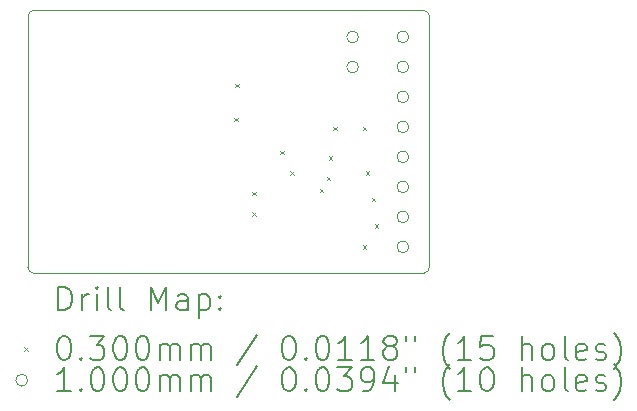
<source format=gbr>
%TF.GenerationSoftware,KiCad,Pcbnew,8.0.5*%
%TF.CreationDate,2024-10-05T11:22:09+02:00*%
%TF.ProjectId,DRV2605-breakout,44525632-3630-4352-9d62-7265616b6f75,rev?*%
%TF.SameCoordinates,Original*%
%TF.FileFunction,Drillmap*%
%TF.FilePolarity,Positive*%
%FSLAX45Y45*%
G04 Gerber Fmt 4.5, Leading zero omitted, Abs format (unit mm)*
G04 Created by KiCad (PCBNEW 8.0.5) date 2024-10-05 11:22:09*
%MOMM*%
%LPD*%
G01*
G04 APERTURE LIST*
%ADD10C,0.050000*%
%ADD11C,0.200000*%
%ADD12C,0.100000*%
G04 APERTURE END LIST*
D10*
X10175000Y-8600000D02*
G75*
G02*
X10125000Y-8550000I0J50000D01*
G01*
X13525000Y-8550000D02*
G75*
G02*
X13475000Y-8600000I-50000J0D01*
G01*
X10125000Y-6425000D02*
G75*
G02*
X10175000Y-6375000I50000J0D01*
G01*
X13475000Y-6375000D02*
G75*
G02*
X13525000Y-6425000I0J-50000D01*
G01*
X10125000Y-8550000D02*
X10125000Y-6425000D01*
X13525000Y-6425000D02*
X13525000Y-8550000D01*
X13475000Y-8600000D02*
X10175000Y-8600000D01*
X10175000Y-6375000D02*
X13475000Y-6375000D01*
D11*
D12*
X11872500Y-7285000D02*
X11902500Y-7315000D01*
X11902500Y-7285000D02*
X11872500Y-7315000D01*
X11882466Y-6996261D02*
X11912466Y-7026261D01*
X11912466Y-6996261D02*
X11882466Y-7026261D01*
X12022500Y-7910000D02*
X12052500Y-7940000D01*
X12052500Y-7910000D02*
X12022500Y-7940000D01*
X12022500Y-8085000D02*
X12052500Y-8115000D01*
X12052500Y-8085000D02*
X12022500Y-8115000D01*
X12260914Y-7562073D02*
X12290914Y-7592073D01*
X12290914Y-7562073D02*
X12260914Y-7592073D01*
X12347500Y-7735000D02*
X12377500Y-7765000D01*
X12377500Y-7735000D02*
X12347500Y-7765000D01*
X12597500Y-7885000D02*
X12627500Y-7915000D01*
X12627500Y-7885000D02*
X12597500Y-7915000D01*
X12655576Y-7785000D02*
X12685576Y-7815000D01*
X12685576Y-7785000D02*
X12655576Y-7815000D01*
X12672500Y-7610000D02*
X12702500Y-7640000D01*
X12702500Y-7610000D02*
X12672500Y-7640000D01*
X12710000Y-7360000D02*
X12740000Y-7390000D01*
X12740000Y-7360000D02*
X12710000Y-7390000D01*
X12960000Y-7360000D02*
X12990000Y-7390000D01*
X12990000Y-7360000D02*
X12960000Y-7390000D01*
X12960000Y-8363000D02*
X12990000Y-8393000D01*
X12990000Y-8363000D02*
X12960000Y-8393000D01*
X12985000Y-7735000D02*
X13015000Y-7765000D01*
X13015000Y-7735000D02*
X12985000Y-7765000D01*
X13035000Y-7960000D02*
X13065000Y-7990000D01*
X13065000Y-7960000D02*
X13035000Y-7990000D01*
X13060000Y-8185000D02*
X13090000Y-8215000D01*
X13090000Y-8185000D02*
X13060000Y-8215000D01*
X12925000Y-6600000D02*
G75*
G02*
X12825000Y-6600000I-50000J0D01*
G01*
X12825000Y-6600000D02*
G75*
G02*
X12925000Y-6600000I50000J0D01*
G01*
X12925000Y-6854000D02*
G75*
G02*
X12825000Y-6854000I-50000J0D01*
G01*
X12825000Y-6854000D02*
G75*
G02*
X12925000Y-6854000I50000J0D01*
G01*
X13350000Y-6600000D02*
G75*
G02*
X13250000Y-6600000I-50000J0D01*
G01*
X13250000Y-6600000D02*
G75*
G02*
X13350000Y-6600000I50000J0D01*
G01*
X13350000Y-6854000D02*
G75*
G02*
X13250000Y-6854000I-50000J0D01*
G01*
X13250000Y-6854000D02*
G75*
G02*
X13350000Y-6854000I50000J0D01*
G01*
X13350000Y-7108000D02*
G75*
G02*
X13250000Y-7108000I-50000J0D01*
G01*
X13250000Y-7108000D02*
G75*
G02*
X13350000Y-7108000I50000J0D01*
G01*
X13350000Y-7362000D02*
G75*
G02*
X13250000Y-7362000I-50000J0D01*
G01*
X13250000Y-7362000D02*
G75*
G02*
X13350000Y-7362000I50000J0D01*
G01*
X13350000Y-7616000D02*
G75*
G02*
X13250000Y-7616000I-50000J0D01*
G01*
X13250000Y-7616000D02*
G75*
G02*
X13350000Y-7616000I50000J0D01*
G01*
X13350000Y-7870000D02*
G75*
G02*
X13250000Y-7870000I-50000J0D01*
G01*
X13250000Y-7870000D02*
G75*
G02*
X13350000Y-7870000I50000J0D01*
G01*
X13350000Y-8124000D02*
G75*
G02*
X13250000Y-8124000I-50000J0D01*
G01*
X13250000Y-8124000D02*
G75*
G02*
X13350000Y-8124000I50000J0D01*
G01*
X13350000Y-8378000D02*
G75*
G02*
X13250000Y-8378000I-50000J0D01*
G01*
X13250000Y-8378000D02*
G75*
G02*
X13350000Y-8378000I50000J0D01*
G01*
D11*
X10383277Y-8913984D02*
X10383277Y-8713984D01*
X10383277Y-8713984D02*
X10430896Y-8713984D01*
X10430896Y-8713984D02*
X10459467Y-8723508D01*
X10459467Y-8723508D02*
X10478515Y-8742555D01*
X10478515Y-8742555D02*
X10488039Y-8761603D01*
X10488039Y-8761603D02*
X10497563Y-8799698D01*
X10497563Y-8799698D02*
X10497563Y-8828270D01*
X10497563Y-8828270D02*
X10488039Y-8866365D01*
X10488039Y-8866365D02*
X10478515Y-8885412D01*
X10478515Y-8885412D02*
X10459467Y-8904460D01*
X10459467Y-8904460D02*
X10430896Y-8913984D01*
X10430896Y-8913984D02*
X10383277Y-8913984D01*
X10583277Y-8913984D02*
X10583277Y-8780650D01*
X10583277Y-8818746D02*
X10592801Y-8799698D01*
X10592801Y-8799698D02*
X10602324Y-8790174D01*
X10602324Y-8790174D02*
X10621372Y-8780650D01*
X10621372Y-8780650D02*
X10640420Y-8780650D01*
X10707086Y-8913984D02*
X10707086Y-8780650D01*
X10707086Y-8713984D02*
X10697563Y-8723508D01*
X10697563Y-8723508D02*
X10707086Y-8733031D01*
X10707086Y-8733031D02*
X10716610Y-8723508D01*
X10716610Y-8723508D02*
X10707086Y-8713984D01*
X10707086Y-8713984D02*
X10707086Y-8733031D01*
X10830896Y-8913984D02*
X10811848Y-8904460D01*
X10811848Y-8904460D02*
X10802324Y-8885412D01*
X10802324Y-8885412D02*
X10802324Y-8713984D01*
X10935658Y-8913984D02*
X10916610Y-8904460D01*
X10916610Y-8904460D02*
X10907086Y-8885412D01*
X10907086Y-8885412D02*
X10907086Y-8713984D01*
X11164229Y-8913984D02*
X11164229Y-8713984D01*
X11164229Y-8713984D02*
X11230896Y-8856841D01*
X11230896Y-8856841D02*
X11297562Y-8713984D01*
X11297562Y-8713984D02*
X11297562Y-8913984D01*
X11478515Y-8913984D02*
X11478515Y-8809222D01*
X11478515Y-8809222D02*
X11468991Y-8790174D01*
X11468991Y-8790174D02*
X11449943Y-8780650D01*
X11449943Y-8780650D02*
X11411848Y-8780650D01*
X11411848Y-8780650D02*
X11392801Y-8790174D01*
X11478515Y-8904460D02*
X11459467Y-8913984D01*
X11459467Y-8913984D02*
X11411848Y-8913984D01*
X11411848Y-8913984D02*
X11392801Y-8904460D01*
X11392801Y-8904460D02*
X11383277Y-8885412D01*
X11383277Y-8885412D02*
X11383277Y-8866365D01*
X11383277Y-8866365D02*
X11392801Y-8847317D01*
X11392801Y-8847317D02*
X11411848Y-8837793D01*
X11411848Y-8837793D02*
X11459467Y-8837793D01*
X11459467Y-8837793D02*
X11478515Y-8828270D01*
X11573753Y-8780650D02*
X11573753Y-8980650D01*
X11573753Y-8790174D02*
X11592801Y-8780650D01*
X11592801Y-8780650D02*
X11630896Y-8780650D01*
X11630896Y-8780650D02*
X11649943Y-8790174D01*
X11649943Y-8790174D02*
X11659467Y-8799698D01*
X11659467Y-8799698D02*
X11668991Y-8818746D01*
X11668991Y-8818746D02*
X11668991Y-8875889D01*
X11668991Y-8875889D02*
X11659467Y-8894936D01*
X11659467Y-8894936D02*
X11649943Y-8904460D01*
X11649943Y-8904460D02*
X11630896Y-8913984D01*
X11630896Y-8913984D02*
X11592801Y-8913984D01*
X11592801Y-8913984D02*
X11573753Y-8904460D01*
X11754705Y-8894936D02*
X11764229Y-8904460D01*
X11764229Y-8904460D02*
X11754705Y-8913984D01*
X11754705Y-8913984D02*
X11745182Y-8904460D01*
X11745182Y-8904460D02*
X11754705Y-8894936D01*
X11754705Y-8894936D02*
X11754705Y-8913984D01*
X11754705Y-8790174D02*
X11764229Y-8799698D01*
X11764229Y-8799698D02*
X11754705Y-8809222D01*
X11754705Y-8809222D02*
X11745182Y-8799698D01*
X11745182Y-8799698D02*
X11754705Y-8790174D01*
X11754705Y-8790174D02*
X11754705Y-8809222D01*
D12*
X10092500Y-9227500D02*
X10122500Y-9257500D01*
X10122500Y-9227500D02*
X10092500Y-9257500D01*
D11*
X10421372Y-9133984D02*
X10440420Y-9133984D01*
X10440420Y-9133984D02*
X10459467Y-9143508D01*
X10459467Y-9143508D02*
X10468991Y-9153031D01*
X10468991Y-9153031D02*
X10478515Y-9172079D01*
X10478515Y-9172079D02*
X10488039Y-9210174D01*
X10488039Y-9210174D02*
X10488039Y-9257793D01*
X10488039Y-9257793D02*
X10478515Y-9295889D01*
X10478515Y-9295889D02*
X10468991Y-9314936D01*
X10468991Y-9314936D02*
X10459467Y-9324460D01*
X10459467Y-9324460D02*
X10440420Y-9333984D01*
X10440420Y-9333984D02*
X10421372Y-9333984D01*
X10421372Y-9333984D02*
X10402324Y-9324460D01*
X10402324Y-9324460D02*
X10392801Y-9314936D01*
X10392801Y-9314936D02*
X10383277Y-9295889D01*
X10383277Y-9295889D02*
X10373753Y-9257793D01*
X10373753Y-9257793D02*
X10373753Y-9210174D01*
X10373753Y-9210174D02*
X10383277Y-9172079D01*
X10383277Y-9172079D02*
X10392801Y-9153031D01*
X10392801Y-9153031D02*
X10402324Y-9143508D01*
X10402324Y-9143508D02*
X10421372Y-9133984D01*
X10573753Y-9314936D02*
X10583277Y-9324460D01*
X10583277Y-9324460D02*
X10573753Y-9333984D01*
X10573753Y-9333984D02*
X10564229Y-9324460D01*
X10564229Y-9324460D02*
X10573753Y-9314936D01*
X10573753Y-9314936D02*
X10573753Y-9333984D01*
X10649944Y-9133984D02*
X10773753Y-9133984D01*
X10773753Y-9133984D02*
X10707086Y-9210174D01*
X10707086Y-9210174D02*
X10735658Y-9210174D01*
X10735658Y-9210174D02*
X10754705Y-9219698D01*
X10754705Y-9219698D02*
X10764229Y-9229222D01*
X10764229Y-9229222D02*
X10773753Y-9248270D01*
X10773753Y-9248270D02*
X10773753Y-9295889D01*
X10773753Y-9295889D02*
X10764229Y-9314936D01*
X10764229Y-9314936D02*
X10754705Y-9324460D01*
X10754705Y-9324460D02*
X10735658Y-9333984D01*
X10735658Y-9333984D02*
X10678515Y-9333984D01*
X10678515Y-9333984D02*
X10659467Y-9324460D01*
X10659467Y-9324460D02*
X10649944Y-9314936D01*
X10897563Y-9133984D02*
X10916610Y-9133984D01*
X10916610Y-9133984D02*
X10935658Y-9143508D01*
X10935658Y-9143508D02*
X10945182Y-9153031D01*
X10945182Y-9153031D02*
X10954705Y-9172079D01*
X10954705Y-9172079D02*
X10964229Y-9210174D01*
X10964229Y-9210174D02*
X10964229Y-9257793D01*
X10964229Y-9257793D02*
X10954705Y-9295889D01*
X10954705Y-9295889D02*
X10945182Y-9314936D01*
X10945182Y-9314936D02*
X10935658Y-9324460D01*
X10935658Y-9324460D02*
X10916610Y-9333984D01*
X10916610Y-9333984D02*
X10897563Y-9333984D01*
X10897563Y-9333984D02*
X10878515Y-9324460D01*
X10878515Y-9324460D02*
X10868991Y-9314936D01*
X10868991Y-9314936D02*
X10859467Y-9295889D01*
X10859467Y-9295889D02*
X10849944Y-9257793D01*
X10849944Y-9257793D02*
X10849944Y-9210174D01*
X10849944Y-9210174D02*
X10859467Y-9172079D01*
X10859467Y-9172079D02*
X10868991Y-9153031D01*
X10868991Y-9153031D02*
X10878515Y-9143508D01*
X10878515Y-9143508D02*
X10897563Y-9133984D01*
X11088039Y-9133984D02*
X11107086Y-9133984D01*
X11107086Y-9133984D02*
X11126134Y-9143508D01*
X11126134Y-9143508D02*
X11135658Y-9153031D01*
X11135658Y-9153031D02*
X11145182Y-9172079D01*
X11145182Y-9172079D02*
X11154705Y-9210174D01*
X11154705Y-9210174D02*
X11154705Y-9257793D01*
X11154705Y-9257793D02*
X11145182Y-9295889D01*
X11145182Y-9295889D02*
X11135658Y-9314936D01*
X11135658Y-9314936D02*
X11126134Y-9324460D01*
X11126134Y-9324460D02*
X11107086Y-9333984D01*
X11107086Y-9333984D02*
X11088039Y-9333984D01*
X11088039Y-9333984D02*
X11068991Y-9324460D01*
X11068991Y-9324460D02*
X11059467Y-9314936D01*
X11059467Y-9314936D02*
X11049944Y-9295889D01*
X11049944Y-9295889D02*
X11040420Y-9257793D01*
X11040420Y-9257793D02*
X11040420Y-9210174D01*
X11040420Y-9210174D02*
X11049944Y-9172079D01*
X11049944Y-9172079D02*
X11059467Y-9153031D01*
X11059467Y-9153031D02*
X11068991Y-9143508D01*
X11068991Y-9143508D02*
X11088039Y-9133984D01*
X11240420Y-9333984D02*
X11240420Y-9200650D01*
X11240420Y-9219698D02*
X11249943Y-9210174D01*
X11249943Y-9210174D02*
X11268991Y-9200650D01*
X11268991Y-9200650D02*
X11297563Y-9200650D01*
X11297563Y-9200650D02*
X11316610Y-9210174D01*
X11316610Y-9210174D02*
X11326134Y-9229222D01*
X11326134Y-9229222D02*
X11326134Y-9333984D01*
X11326134Y-9229222D02*
X11335658Y-9210174D01*
X11335658Y-9210174D02*
X11354705Y-9200650D01*
X11354705Y-9200650D02*
X11383277Y-9200650D01*
X11383277Y-9200650D02*
X11402324Y-9210174D01*
X11402324Y-9210174D02*
X11411848Y-9229222D01*
X11411848Y-9229222D02*
X11411848Y-9333984D01*
X11507086Y-9333984D02*
X11507086Y-9200650D01*
X11507086Y-9219698D02*
X11516610Y-9210174D01*
X11516610Y-9210174D02*
X11535658Y-9200650D01*
X11535658Y-9200650D02*
X11564229Y-9200650D01*
X11564229Y-9200650D02*
X11583277Y-9210174D01*
X11583277Y-9210174D02*
X11592801Y-9229222D01*
X11592801Y-9229222D02*
X11592801Y-9333984D01*
X11592801Y-9229222D02*
X11602324Y-9210174D01*
X11602324Y-9210174D02*
X11621372Y-9200650D01*
X11621372Y-9200650D02*
X11649943Y-9200650D01*
X11649943Y-9200650D02*
X11668991Y-9210174D01*
X11668991Y-9210174D02*
X11678515Y-9229222D01*
X11678515Y-9229222D02*
X11678515Y-9333984D01*
X12068991Y-9124460D02*
X11897563Y-9381603D01*
X12326134Y-9133984D02*
X12345182Y-9133984D01*
X12345182Y-9133984D02*
X12364229Y-9143508D01*
X12364229Y-9143508D02*
X12373753Y-9153031D01*
X12373753Y-9153031D02*
X12383277Y-9172079D01*
X12383277Y-9172079D02*
X12392801Y-9210174D01*
X12392801Y-9210174D02*
X12392801Y-9257793D01*
X12392801Y-9257793D02*
X12383277Y-9295889D01*
X12383277Y-9295889D02*
X12373753Y-9314936D01*
X12373753Y-9314936D02*
X12364229Y-9324460D01*
X12364229Y-9324460D02*
X12345182Y-9333984D01*
X12345182Y-9333984D02*
X12326134Y-9333984D01*
X12326134Y-9333984D02*
X12307086Y-9324460D01*
X12307086Y-9324460D02*
X12297563Y-9314936D01*
X12297563Y-9314936D02*
X12288039Y-9295889D01*
X12288039Y-9295889D02*
X12278515Y-9257793D01*
X12278515Y-9257793D02*
X12278515Y-9210174D01*
X12278515Y-9210174D02*
X12288039Y-9172079D01*
X12288039Y-9172079D02*
X12297563Y-9153031D01*
X12297563Y-9153031D02*
X12307086Y-9143508D01*
X12307086Y-9143508D02*
X12326134Y-9133984D01*
X12478515Y-9314936D02*
X12488039Y-9324460D01*
X12488039Y-9324460D02*
X12478515Y-9333984D01*
X12478515Y-9333984D02*
X12468991Y-9324460D01*
X12468991Y-9324460D02*
X12478515Y-9314936D01*
X12478515Y-9314936D02*
X12478515Y-9333984D01*
X12611848Y-9133984D02*
X12630896Y-9133984D01*
X12630896Y-9133984D02*
X12649944Y-9143508D01*
X12649944Y-9143508D02*
X12659467Y-9153031D01*
X12659467Y-9153031D02*
X12668991Y-9172079D01*
X12668991Y-9172079D02*
X12678515Y-9210174D01*
X12678515Y-9210174D02*
X12678515Y-9257793D01*
X12678515Y-9257793D02*
X12668991Y-9295889D01*
X12668991Y-9295889D02*
X12659467Y-9314936D01*
X12659467Y-9314936D02*
X12649944Y-9324460D01*
X12649944Y-9324460D02*
X12630896Y-9333984D01*
X12630896Y-9333984D02*
X12611848Y-9333984D01*
X12611848Y-9333984D02*
X12592801Y-9324460D01*
X12592801Y-9324460D02*
X12583277Y-9314936D01*
X12583277Y-9314936D02*
X12573753Y-9295889D01*
X12573753Y-9295889D02*
X12564229Y-9257793D01*
X12564229Y-9257793D02*
X12564229Y-9210174D01*
X12564229Y-9210174D02*
X12573753Y-9172079D01*
X12573753Y-9172079D02*
X12583277Y-9153031D01*
X12583277Y-9153031D02*
X12592801Y-9143508D01*
X12592801Y-9143508D02*
X12611848Y-9133984D01*
X12868991Y-9333984D02*
X12754706Y-9333984D01*
X12811848Y-9333984D02*
X12811848Y-9133984D01*
X12811848Y-9133984D02*
X12792801Y-9162555D01*
X12792801Y-9162555D02*
X12773753Y-9181603D01*
X12773753Y-9181603D02*
X12754706Y-9191127D01*
X13059467Y-9333984D02*
X12945182Y-9333984D01*
X13002325Y-9333984D02*
X13002325Y-9133984D01*
X13002325Y-9133984D02*
X12983277Y-9162555D01*
X12983277Y-9162555D02*
X12964229Y-9181603D01*
X12964229Y-9181603D02*
X12945182Y-9191127D01*
X13173753Y-9219698D02*
X13154706Y-9210174D01*
X13154706Y-9210174D02*
X13145182Y-9200650D01*
X13145182Y-9200650D02*
X13135658Y-9181603D01*
X13135658Y-9181603D02*
X13135658Y-9172079D01*
X13135658Y-9172079D02*
X13145182Y-9153031D01*
X13145182Y-9153031D02*
X13154706Y-9143508D01*
X13154706Y-9143508D02*
X13173753Y-9133984D01*
X13173753Y-9133984D02*
X13211848Y-9133984D01*
X13211848Y-9133984D02*
X13230896Y-9143508D01*
X13230896Y-9143508D02*
X13240420Y-9153031D01*
X13240420Y-9153031D02*
X13249944Y-9172079D01*
X13249944Y-9172079D02*
X13249944Y-9181603D01*
X13249944Y-9181603D02*
X13240420Y-9200650D01*
X13240420Y-9200650D02*
X13230896Y-9210174D01*
X13230896Y-9210174D02*
X13211848Y-9219698D01*
X13211848Y-9219698D02*
X13173753Y-9219698D01*
X13173753Y-9219698D02*
X13154706Y-9229222D01*
X13154706Y-9229222D02*
X13145182Y-9238746D01*
X13145182Y-9238746D02*
X13135658Y-9257793D01*
X13135658Y-9257793D02*
X13135658Y-9295889D01*
X13135658Y-9295889D02*
X13145182Y-9314936D01*
X13145182Y-9314936D02*
X13154706Y-9324460D01*
X13154706Y-9324460D02*
X13173753Y-9333984D01*
X13173753Y-9333984D02*
X13211848Y-9333984D01*
X13211848Y-9333984D02*
X13230896Y-9324460D01*
X13230896Y-9324460D02*
X13240420Y-9314936D01*
X13240420Y-9314936D02*
X13249944Y-9295889D01*
X13249944Y-9295889D02*
X13249944Y-9257793D01*
X13249944Y-9257793D02*
X13240420Y-9238746D01*
X13240420Y-9238746D02*
X13230896Y-9229222D01*
X13230896Y-9229222D02*
X13211848Y-9219698D01*
X13326134Y-9133984D02*
X13326134Y-9172079D01*
X13402325Y-9133984D02*
X13402325Y-9172079D01*
X13697563Y-9410174D02*
X13688039Y-9400650D01*
X13688039Y-9400650D02*
X13668991Y-9372079D01*
X13668991Y-9372079D02*
X13659468Y-9353031D01*
X13659468Y-9353031D02*
X13649944Y-9324460D01*
X13649944Y-9324460D02*
X13640420Y-9276841D01*
X13640420Y-9276841D02*
X13640420Y-9238746D01*
X13640420Y-9238746D02*
X13649944Y-9191127D01*
X13649944Y-9191127D02*
X13659468Y-9162555D01*
X13659468Y-9162555D02*
X13668991Y-9143508D01*
X13668991Y-9143508D02*
X13688039Y-9114936D01*
X13688039Y-9114936D02*
X13697563Y-9105412D01*
X13878515Y-9333984D02*
X13764229Y-9333984D01*
X13821372Y-9333984D02*
X13821372Y-9133984D01*
X13821372Y-9133984D02*
X13802325Y-9162555D01*
X13802325Y-9162555D02*
X13783277Y-9181603D01*
X13783277Y-9181603D02*
X13764229Y-9191127D01*
X14059468Y-9133984D02*
X13964229Y-9133984D01*
X13964229Y-9133984D02*
X13954706Y-9229222D01*
X13954706Y-9229222D02*
X13964229Y-9219698D01*
X13964229Y-9219698D02*
X13983277Y-9210174D01*
X13983277Y-9210174D02*
X14030896Y-9210174D01*
X14030896Y-9210174D02*
X14049944Y-9219698D01*
X14049944Y-9219698D02*
X14059468Y-9229222D01*
X14059468Y-9229222D02*
X14068991Y-9248270D01*
X14068991Y-9248270D02*
X14068991Y-9295889D01*
X14068991Y-9295889D02*
X14059468Y-9314936D01*
X14059468Y-9314936D02*
X14049944Y-9324460D01*
X14049944Y-9324460D02*
X14030896Y-9333984D01*
X14030896Y-9333984D02*
X13983277Y-9333984D01*
X13983277Y-9333984D02*
X13964229Y-9324460D01*
X13964229Y-9324460D02*
X13954706Y-9314936D01*
X14307087Y-9333984D02*
X14307087Y-9133984D01*
X14392801Y-9333984D02*
X14392801Y-9229222D01*
X14392801Y-9229222D02*
X14383277Y-9210174D01*
X14383277Y-9210174D02*
X14364230Y-9200650D01*
X14364230Y-9200650D02*
X14335658Y-9200650D01*
X14335658Y-9200650D02*
X14316610Y-9210174D01*
X14316610Y-9210174D02*
X14307087Y-9219698D01*
X14516610Y-9333984D02*
X14497563Y-9324460D01*
X14497563Y-9324460D02*
X14488039Y-9314936D01*
X14488039Y-9314936D02*
X14478515Y-9295889D01*
X14478515Y-9295889D02*
X14478515Y-9238746D01*
X14478515Y-9238746D02*
X14488039Y-9219698D01*
X14488039Y-9219698D02*
X14497563Y-9210174D01*
X14497563Y-9210174D02*
X14516610Y-9200650D01*
X14516610Y-9200650D02*
X14545182Y-9200650D01*
X14545182Y-9200650D02*
X14564230Y-9210174D01*
X14564230Y-9210174D02*
X14573753Y-9219698D01*
X14573753Y-9219698D02*
X14583277Y-9238746D01*
X14583277Y-9238746D02*
X14583277Y-9295889D01*
X14583277Y-9295889D02*
X14573753Y-9314936D01*
X14573753Y-9314936D02*
X14564230Y-9324460D01*
X14564230Y-9324460D02*
X14545182Y-9333984D01*
X14545182Y-9333984D02*
X14516610Y-9333984D01*
X14697563Y-9333984D02*
X14678515Y-9324460D01*
X14678515Y-9324460D02*
X14668991Y-9305412D01*
X14668991Y-9305412D02*
X14668991Y-9133984D01*
X14849944Y-9324460D02*
X14830896Y-9333984D01*
X14830896Y-9333984D02*
X14792801Y-9333984D01*
X14792801Y-9333984D02*
X14773753Y-9324460D01*
X14773753Y-9324460D02*
X14764230Y-9305412D01*
X14764230Y-9305412D02*
X14764230Y-9229222D01*
X14764230Y-9229222D02*
X14773753Y-9210174D01*
X14773753Y-9210174D02*
X14792801Y-9200650D01*
X14792801Y-9200650D02*
X14830896Y-9200650D01*
X14830896Y-9200650D02*
X14849944Y-9210174D01*
X14849944Y-9210174D02*
X14859468Y-9229222D01*
X14859468Y-9229222D02*
X14859468Y-9248270D01*
X14859468Y-9248270D02*
X14764230Y-9267317D01*
X14935658Y-9324460D02*
X14954706Y-9333984D01*
X14954706Y-9333984D02*
X14992801Y-9333984D01*
X14992801Y-9333984D02*
X15011849Y-9324460D01*
X15011849Y-9324460D02*
X15021372Y-9305412D01*
X15021372Y-9305412D02*
X15021372Y-9295889D01*
X15021372Y-9295889D02*
X15011849Y-9276841D01*
X15011849Y-9276841D02*
X14992801Y-9267317D01*
X14992801Y-9267317D02*
X14964230Y-9267317D01*
X14964230Y-9267317D02*
X14945182Y-9257793D01*
X14945182Y-9257793D02*
X14935658Y-9238746D01*
X14935658Y-9238746D02*
X14935658Y-9229222D01*
X14935658Y-9229222D02*
X14945182Y-9210174D01*
X14945182Y-9210174D02*
X14964230Y-9200650D01*
X14964230Y-9200650D02*
X14992801Y-9200650D01*
X14992801Y-9200650D02*
X15011849Y-9210174D01*
X15088039Y-9410174D02*
X15097563Y-9400650D01*
X15097563Y-9400650D02*
X15116611Y-9372079D01*
X15116611Y-9372079D02*
X15126134Y-9353031D01*
X15126134Y-9353031D02*
X15135658Y-9324460D01*
X15135658Y-9324460D02*
X15145182Y-9276841D01*
X15145182Y-9276841D02*
X15145182Y-9238746D01*
X15145182Y-9238746D02*
X15135658Y-9191127D01*
X15135658Y-9191127D02*
X15126134Y-9162555D01*
X15126134Y-9162555D02*
X15116611Y-9143508D01*
X15116611Y-9143508D02*
X15097563Y-9114936D01*
X15097563Y-9114936D02*
X15088039Y-9105412D01*
D12*
X10122500Y-9506500D02*
G75*
G02*
X10022500Y-9506500I-50000J0D01*
G01*
X10022500Y-9506500D02*
G75*
G02*
X10122500Y-9506500I50000J0D01*
G01*
D11*
X10488039Y-9597984D02*
X10373753Y-9597984D01*
X10430896Y-9597984D02*
X10430896Y-9397984D01*
X10430896Y-9397984D02*
X10411848Y-9426555D01*
X10411848Y-9426555D02*
X10392801Y-9445603D01*
X10392801Y-9445603D02*
X10373753Y-9455127D01*
X10573753Y-9578936D02*
X10583277Y-9588460D01*
X10583277Y-9588460D02*
X10573753Y-9597984D01*
X10573753Y-9597984D02*
X10564229Y-9588460D01*
X10564229Y-9588460D02*
X10573753Y-9578936D01*
X10573753Y-9578936D02*
X10573753Y-9597984D01*
X10707086Y-9397984D02*
X10726134Y-9397984D01*
X10726134Y-9397984D02*
X10745182Y-9407508D01*
X10745182Y-9407508D02*
X10754705Y-9417031D01*
X10754705Y-9417031D02*
X10764229Y-9436079D01*
X10764229Y-9436079D02*
X10773753Y-9474174D01*
X10773753Y-9474174D02*
X10773753Y-9521793D01*
X10773753Y-9521793D02*
X10764229Y-9559889D01*
X10764229Y-9559889D02*
X10754705Y-9578936D01*
X10754705Y-9578936D02*
X10745182Y-9588460D01*
X10745182Y-9588460D02*
X10726134Y-9597984D01*
X10726134Y-9597984D02*
X10707086Y-9597984D01*
X10707086Y-9597984D02*
X10688039Y-9588460D01*
X10688039Y-9588460D02*
X10678515Y-9578936D01*
X10678515Y-9578936D02*
X10668991Y-9559889D01*
X10668991Y-9559889D02*
X10659467Y-9521793D01*
X10659467Y-9521793D02*
X10659467Y-9474174D01*
X10659467Y-9474174D02*
X10668991Y-9436079D01*
X10668991Y-9436079D02*
X10678515Y-9417031D01*
X10678515Y-9417031D02*
X10688039Y-9407508D01*
X10688039Y-9407508D02*
X10707086Y-9397984D01*
X10897563Y-9397984D02*
X10916610Y-9397984D01*
X10916610Y-9397984D02*
X10935658Y-9407508D01*
X10935658Y-9407508D02*
X10945182Y-9417031D01*
X10945182Y-9417031D02*
X10954705Y-9436079D01*
X10954705Y-9436079D02*
X10964229Y-9474174D01*
X10964229Y-9474174D02*
X10964229Y-9521793D01*
X10964229Y-9521793D02*
X10954705Y-9559889D01*
X10954705Y-9559889D02*
X10945182Y-9578936D01*
X10945182Y-9578936D02*
X10935658Y-9588460D01*
X10935658Y-9588460D02*
X10916610Y-9597984D01*
X10916610Y-9597984D02*
X10897563Y-9597984D01*
X10897563Y-9597984D02*
X10878515Y-9588460D01*
X10878515Y-9588460D02*
X10868991Y-9578936D01*
X10868991Y-9578936D02*
X10859467Y-9559889D01*
X10859467Y-9559889D02*
X10849944Y-9521793D01*
X10849944Y-9521793D02*
X10849944Y-9474174D01*
X10849944Y-9474174D02*
X10859467Y-9436079D01*
X10859467Y-9436079D02*
X10868991Y-9417031D01*
X10868991Y-9417031D02*
X10878515Y-9407508D01*
X10878515Y-9407508D02*
X10897563Y-9397984D01*
X11088039Y-9397984D02*
X11107086Y-9397984D01*
X11107086Y-9397984D02*
X11126134Y-9407508D01*
X11126134Y-9407508D02*
X11135658Y-9417031D01*
X11135658Y-9417031D02*
X11145182Y-9436079D01*
X11145182Y-9436079D02*
X11154705Y-9474174D01*
X11154705Y-9474174D02*
X11154705Y-9521793D01*
X11154705Y-9521793D02*
X11145182Y-9559889D01*
X11145182Y-9559889D02*
X11135658Y-9578936D01*
X11135658Y-9578936D02*
X11126134Y-9588460D01*
X11126134Y-9588460D02*
X11107086Y-9597984D01*
X11107086Y-9597984D02*
X11088039Y-9597984D01*
X11088039Y-9597984D02*
X11068991Y-9588460D01*
X11068991Y-9588460D02*
X11059467Y-9578936D01*
X11059467Y-9578936D02*
X11049944Y-9559889D01*
X11049944Y-9559889D02*
X11040420Y-9521793D01*
X11040420Y-9521793D02*
X11040420Y-9474174D01*
X11040420Y-9474174D02*
X11049944Y-9436079D01*
X11049944Y-9436079D02*
X11059467Y-9417031D01*
X11059467Y-9417031D02*
X11068991Y-9407508D01*
X11068991Y-9407508D02*
X11088039Y-9397984D01*
X11240420Y-9597984D02*
X11240420Y-9464650D01*
X11240420Y-9483698D02*
X11249943Y-9474174D01*
X11249943Y-9474174D02*
X11268991Y-9464650D01*
X11268991Y-9464650D02*
X11297563Y-9464650D01*
X11297563Y-9464650D02*
X11316610Y-9474174D01*
X11316610Y-9474174D02*
X11326134Y-9493222D01*
X11326134Y-9493222D02*
X11326134Y-9597984D01*
X11326134Y-9493222D02*
X11335658Y-9474174D01*
X11335658Y-9474174D02*
X11354705Y-9464650D01*
X11354705Y-9464650D02*
X11383277Y-9464650D01*
X11383277Y-9464650D02*
X11402324Y-9474174D01*
X11402324Y-9474174D02*
X11411848Y-9493222D01*
X11411848Y-9493222D02*
X11411848Y-9597984D01*
X11507086Y-9597984D02*
X11507086Y-9464650D01*
X11507086Y-9483698D02*
X11516610Y-9474174D01*
X11516610Y-9474174D02*
X11535658Y-9464650D01*
X11535658Y-9464650D02*
X11564229Y-9464650D01*
X11564229Y-9464650D02*
X11583277Y-9474174D01*
X11583277Y-9474174D02*
X11592801Y-9493222D01*
X11592801Y-9493222D02*
X11592801Y-9597984D01*
X11592801Y-9493222D02*
X11602324Y-9474174D01*
X11602324Y-9474174D02*
X11621372Y-9464650D01*
X11621372Y-9464650D02*
X11649943Y-9464650D01*
X11649943Y-9464650D02*
X11668991Y-9474174D01*
X11668991Y-9474174D02*
X11678515Y-9493222D01*
X11678515Y-9493222D02*
X11678515Y-9597984D01*
X12068991Y-9388460D02*
X11897563Y-9645603D01*
X12326134Y-9397984D02*
X12345182Y-9397984D01*
X12345182Y-9397984D02*
X12364229Y-9407508D01*
X12364229Y-9407508D02*
X12373753Y-9417031D01*
X12373753Y-9417031D02*
X12383277Y-9436079D01*
X12383277Y-9436079D02*
X12392801Y-9474174D01*
X12392801Y-9474174D02*
X12392801Y-9521793D01*
X12392801Y-9521793D02*
X12383277Y-9559889D01*
X12383277Y-9559889D02*
X12373753Y-9578936D01*
X12373753Y-9578936D02*
X12364229Y-9588460D01*
X12364229Y-9588460D02*
X12345182Y-9597984D01*
X12345182Y-9597984D02*
X12326134Y-9597984D01*
X12326134Y-9597984D02*
X12307086Y-9588460D01*
X12307086Y-9588460D02*
X12297563Y-9578936D01*
X12297563Y-9578936D02*
X12288039Y-9559889D01*
X12288039Y-9559889D02*
X12278515Y-9521793D01*
X12278515Y-9521793D02*
X12278515Y-9474174D01*
X12278515Y-9474174D02*
X12288039Y-9436079D01*
X12288039Y-9436079D02*
X12297563Y-9417031D01*
X12297563Y-9417031D02*
X12307086Y-9407508D01*
X12307086Y-9407508D02*
X12326134Y-9397984D01*
X12478515Y-9578936D02*
X12488039Y-9588460D01*
X12488039Y-9588460D02*
X12478515Y-9597984D01*
X12478515Y-9597984D02*
X12468991Y-9588460D01*
X12468991Y-9588460D02*
X12478515Y-9578936D01*
X12478515Y-9578936D02*
X12478515Y-9597984D01*
X12611848Y-9397984D02*
X12630896Y-9397984D01*
X12630896Y-9397984D02*
X12649944Y-9407508D01*
X12649944Y-9407508D02*
X12659467Y-9417031D01*
X12659467Y-9417031D02*
X12668991Y-9436079D01*
X12668991Y-9436079D02*
X12678515Y-9474174D01*
X12678515Y-9474174D02*
X12678515Y-9521793D01*
X12678515Y-9521793D02*
X12668991Y-9559889D01*
X12668991Y-9559889D02*
X12659467Y-9578936D01*
X12659467Y-9578936D02*
X12649944Y-9588460D01*
X12649944Y-9588460D02*
X12630896Y-9597984D01*
X12630896Y-9597984D02*
X12611848Y-9597984D01*
X12611848Y-9597984D02*
X12592801Y-9588460D01*
X12592801Y-9588460D02*
X12583277Y-9578936D01*
X12583277Y-9578936D02*
X12573753Y-9559889D01*
X12573753Y-9559889D02*
X12564229Y-9521793D01*
X12564229Y-9521793D02*
X12564229Y-9474174D01*
X12564229Y-9474174D02*
X12573753Y-9436079D01*
X12573753Y-9436079D02*
X12583277Y-9417031D01*
X12583277Y-9417031D02*
X12592801Y-9407508D01*
X12592801Y-9407508D02*
X12611848Y-9397984D01*
X12745182Y-9397984D02*
X12868991Y-9397984D01*
X12868991Y-9397984D02*
X12802325Y-9474174D01*
X12802325Y-9474174D02*
X12830896Y-9474174D01*
X12830896Y-9474174D02*
X12849944Y-9483698D01*
X12849944Y-9483698D02*
X12859467Y-9493222D01*
X12859467Y-9493222D02*
X12868991Y-9512270D01*
X12868991Y-9512270D02*
X12868991Y-9559889D01*
X12868991Y-9559889D02*
X12859467Y-9578936D01*
X12859467Y-9578936D02*
X12849944Y-9588460D01*
X12849944Y-9588460D02*
X12830896Y-9597984D01*
X12830896Y-9597984D02*
X12773753Y-9597984D01*
X12773753Y-9597984D02*
X12754706Y-9588460D01*
X12754706Y-9588460D02*
X12745182Y-9578936D01*
X12964229Y-9597984D02*
X13002325Y-9597984D01*
X13002325Y-9597984D02*
X13021372Y-9588460D01*
X13021372Y-9588460D02*
X13030896Y-9578936D01*
X13030896Y-9578936D02*
X13049944Y-9550365D01*
X13049944Y-9550365D02*
X13059467Y-9512270D01*
X13059467Y-9512270D02*
X13059467Y-9436079D01*
X13059467Y-9436079D02*
X13049944Y-9417031D01*
X13049944Y-9417031D02*
X13040420Y-9407508D01*
X13040420Y-9407508D02*
X13021372Y-9397984D01*
X13021372Y-9397984D02*
X12983277Y-9397984D01*
X12983277Y-9397984D02*
X12964229Y-9407508D01*
X12964229Y-9407508D02*
X12954706Y-9417031D01*
X12954706Y-9417031D02*
X12945182Y-9436079D01*
X12945182Y-9436079D02*
X12945182Y-9483698D01*
X12945182Y-9483698D02*
X12954706Y-9502746D01*
X12954706Y-9502746D02*
X12964229Y-9512270D01*
X12964229Y-9512270D02*
X12983277Y-9521793D01*
X12983277Y-9521793D02*
X13021372Y-9521793D01*
X13021372Y-9521793D02*
X13040420Y-9512270D01*
X13040420Y-9512270D02*
X13049944Y-9502746D01*
X13049944Y-9502746D02*
X13059467Y-9483698D01*
X13230896Y-9464650D02*
X13230896Y-9597984D01*
X13183277Y-9388460D02*
X13135658Y-9531317D01*
X13135658Y-9531317D02*
X13259467Y-9531317D01*
X13326134Y-9397984D02*
X13326134Y-9436079D01*
X13402325Y-9397984D02*
X13402325Y-9436079D01*
X13697563Y-9674174D02*
X13688039Y-9664650D01*
X13688039Y-9664650D02*
X13668991Y-9636079D01*
X13668991Y-9636079D02*
X13659468Y-9617031D01*
X13659468Y-9617031D02*
X13649944Y-9588460D01*
X13649944Y-9588460D02*
X13640420Y-9540841D01*
X13640420Y-9540841D02*
X13640420Y-9502746D01*
X13640420Y-9502746D02*
X13649944Y-9455127D01*
X13649944Y-9455127D02*
X13659468Y-9426555D01*
X13659468Y-9426555D02*
X13668991Y-9407508D01*
X13668991Y-9407508D02*
X13688039Y-9378936D01*
X13688039Y-9378936D02*
X13697563Y-9369412D01*
X13878515Y-9597984D02*
X13764229Y-9597984D01*
X13821372Y-9597984D02*
X13821372Y-9397984D01*
X13821372Y-9397984D02*
X13802325Y-9426555D01*
X13802325Y-9426555D02*
X13783277Y-9445603D01*
X13783277Y-9445603D02*
X13764229Y-9455127D01*
X14002325Y-9397984D02*
X14021372Y-9397984D01*
X14021372Y-9397984D02*
X14040420Y-9407508D01*
X14040420Y-9407508D02*
X14049944Y-9417031D01*
X14049944Y-9417031D02*
X14059468Y-9436079D01*
X14059468Y-9436079D02*
X14068991Y-9474174D01*
X14068991Y-9474174D02*
X14068991Y-9521793D01*
X14068991Y-9521793D02*
X14059468Y-9559889D01*
X14059468Y-9559889D02*
X14049944Y-9578936D01*
X14049944Y-9578936D02*
X14040420Y-9588460D01*
X14040420Y-9588460D02*
X14021372Y-9597984D01*
X14021372Y-9597984D02*
X14002325Y-9597984D01*
X14002325Y-9597984D02*
X13983277Y-9588460D01*
X13983277Y-9588460D02*
X13973753Y-9578936D01*
X13973753Y-9578936D02*
X13964229Y-9559889D01*
X13964229Y-9559889D02*
X13954706Y-9521793D01*
X13954706Y-9521793D02*
X13954706Y-9474174D01*
X13954706Y-9474174D02*
X13964229Y-9436079D01*
X13964229Y-9436079D02*
X13973753Y-9417031D01*
X13973753Y-9417031D02*
X13983277Y-9407508D01*
X13983277Y-9407508D02*
X14002325Y-9397984D01*
X14307087Y-9597984D02*
X14307087Y-9397984D01*
X14392801Y-9597984D02*
X14392801Y-9493222D01*
X14392801Y-9493222D02*
X14383277Y-9474174D01*
X14383277Y-9474174D02*
X14364230Y-9464650D01*
X14364230Y-9464650D02*
X14335658Y-9464650D01*
X14335658Y-9464650D02*
X14316610Y-9474174D01*
X14316610Y-9474174D02*
X14307087Y-9483698D01*
X14516610Y-9597984D02*
X14497563Y-9588460D01*
X14497563Y-9588460D02*
X14488039Y-9578936D01*
X14488039Y-9578936D02*
X14478515Y-9559889D01*
X14478515Y-9559889D02*
X14478515Y-9502746D01*
X14478515Y-9502746D02*
X14488039Y-9483698D01*
X14488039Y-9483698D02*
X14497563Y-9474174D01*
X14497563Y-9474174D02*
X14516610Y-9464650D01*
X14516610Y-9464650D02*
X14545182Y-9464650D01*
X14545182Y-9464650D02*
X14564230Y-9474174D01*
X14564230Y-9474174D02*
X14573753Y-9483698D01*
X14573753Y-9483698D02*
X14583277Y-9502746D01*
X14583277Y-9502746D02*
X14583277Y-9559889D01*
X14583277Y-9559889D02*
X14573753Y-9578936D01*
X14573753Y-9578936D02*
X14564230Y-9588460D01*
X14564230Y-9588460D02*
X14545182Y-9597984D01*
X14545182Y-9597984D02*
X14516610Y-9597984D01*
X14697563Y-9597984D02*
X14678515Y-9588460D01*
X14678515Y-9588460D02*
X14668991Y-9569412D01*
X14668991Y-9569412D02*
X14668991Y-9397984D01*
X14849944Y-9588460D02*
X14830896Y-9597984D01*
X14830896Y-9597984D02*
X14792801Y-9597984D01*
X14792801Y-9597984D02*
X14773753Y-9588460D01*
X14773753Y-9588460D02*
X14764230Y-9569412D01*
X14764230Y-9569412D02*
X14764230Y-9493222D01*
X14764230Y-9493222D02*
X14773753Y-9474174D01*
X14773753Y-9474174D02*
X14792801Y-9464650D01*
X14792801Y-9464650D02*
X14830896Y-9464650D01*
X14830896Y-9464650D02*
X14849944Y-9474174D01*
X14849944Y-9474174D02*
X14859468Y-9493222D01*
X14859468Y-9493222D02*
X14859468Y-9512270D01*
X14859468Y-9512270D02*
X14764230Y-9531317D01*
X14935658Y-9588460D02*
X14954706Y-9597984D01*
X14954706Y-9597984D02*
X14992801Y-9597984D01*
X14992801Y-9597984D02*
X15011849Y-9588460D01*
X15011849Y-9588460D02*
X15021372Y-9569412D01*
X15021372Y-9569412D02*
X15021372Y-9559889D01*
X15021372Y-9559889D02*
X15011849Y-9540841D01*
X15011849Y-9540841D02*
X14992801Y-9531317D01*
X14992801Y-9531317D02*
X14964230Y-9531317D01*
X14964230Y-9531317D02*
X14945182Y-9521793D01*
X14945182Y-9521793D02*
X14935658Y-9502746D01*
X14935658Y-9502746D02*
X14935658Y-9493222D01*
X14935658Y-9493222D02*
X14945182Y-9474174D01*
X14945182Y-9474174D02*
X14964230Y-9464650D01*
X14964230Y-9464650D02*
X14992801Y-9464650D01*
X14992801Y-9464650D02*
X15011849Y-9474174D01*
X15088039Y-9674174D02*
X15097563Y-9664650D01*
X15097563Y-9664650D02*
X15116611Y-9636079D01*
X15116611Y-9636079D02*
X15126134Y-9617031D01*
X15126134Y-9617031D02*
X15135658Y-9588460D01*
X15135658Y-9588460D02*
X15145182Y-9540841D01*
X15145182Y-9540841D02*
X15145182Y-9502746D01*
X15145182Y-9502746D02*
X15135658Y-9455127D01*
X15135658Y-9455127D02*
X15126134Y-9426555D01*
X15126134Y-9426555D02*
X15116611Y-9407508D01*
X15116611Y-9407508D02*
X15097563Y-9378936D01*
X15097563Y-9378936D02*
X15088039Y-9369412D01*
M02*

</source>
